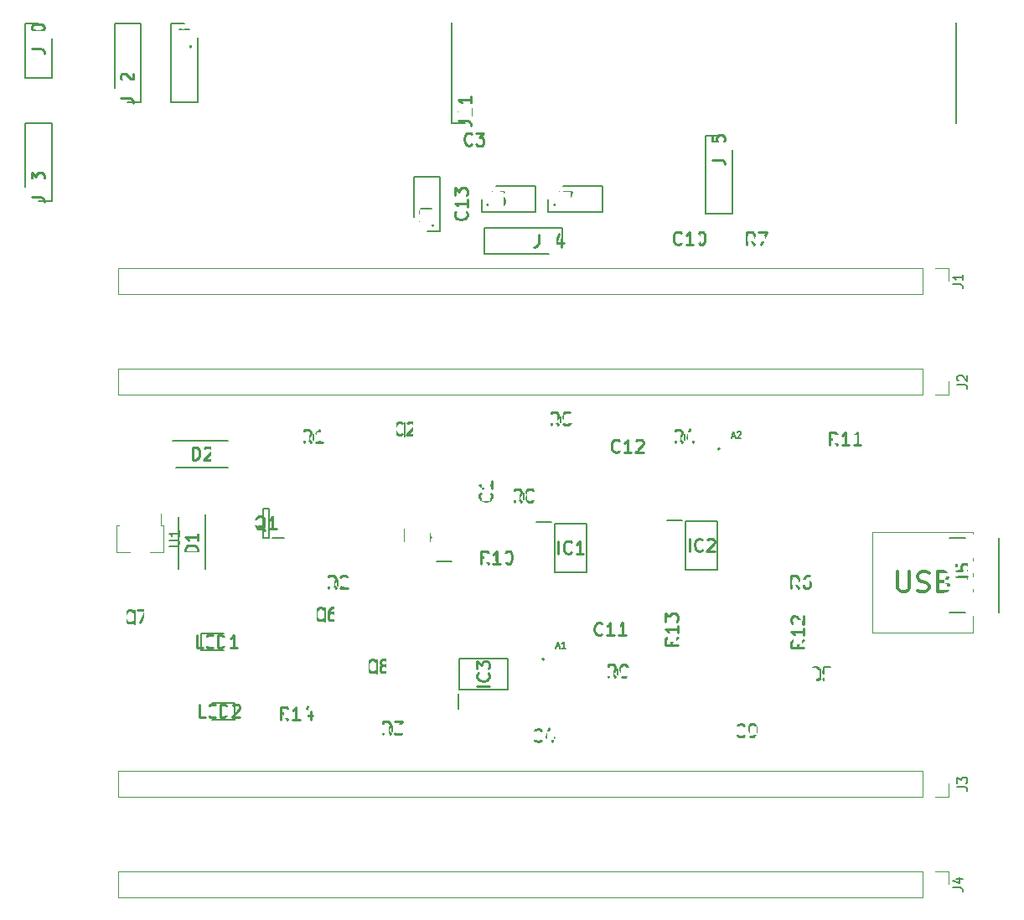
<source format=gbr>
%TF.GenerationSoftware,KiCad,Pcbnew,(6.0.2)*%
%TF.CreationDate,2022-04-25T13:09:05+02:00*%
%TF.ProjectId,main,6d61696e-2e6b-4696-9361-645f70636258,rev?*%
%TF.SameCoordinates,Original*%
%TF.FileFunction,Legend,Top*%
%TF.FilePolarity,Positive*%
%FSLAX46Y46*%
G04 Gerber Fmt 4.6, Leading zero omitted, Abs format (unit mm)*
G04 Created by KiCad (PCBNEW (6.0.2)) date 2022-04-25 13:09:05*
%MOMM*%
%LPD*%
G01*
G04 APERTURE LIST*
G04 Aperture macros list*
%AMFreePoly0*
4,1,9,3.862500,-0.866500,0.737500,-0.866500,0.737500,-0.450000,-0.737500,-0.450000,-0.737500,0.450000,0.737500,0.450000,0.737500,0.866500,3.862500,0.866500,3.862500,-0.866500,3.862500,-0.866500,$1*%
G04 Aperture macros list end*
%ADD10C,0.100000*%
%ADD11C,0.300000*%
%ADD12C,0.254000*%
%ADD13C,0.150000*%
%ADD14C,0.200000*%
%ADD15C,0.120000*%
%ADD16R,1.650000X1.650000*%
%ADD17C,1.650000*%
%ADD18R,0.940000X0.730000*%
%ADD19R,1.050000X1.820000*%
%ADD20R,0.950000X0.900000*%
%ADD21R,1.525000X0.700000*%
%ADD22R,2.513000X3.402000*%
%ADD23R,0.900000X0.950000*%
%ADD24R,0.730000X0.940000*%
%ADD25R,1.525000X0.650000*%
%ADD26R,1.380000X0.450000*%
%ADD27R,2.100000X1.475000*%
%ADD28R,1.900000X1.175000*%
%ADD29R,1.900000X2.375000*%
%ADD30R,1.200000X0.600000*%
%ADD31R,1.550000X2.350000*%
%ADD32R,1.700000X1.700000*%
%ADD33O,1.700000X1.700000*%
%ADD34R,0.800000X0.800000*%
%ADD35R,0.750000X0.600000*%
%ADD36R,0.650000X1.525000*%
%ADD37R,0.910000X1.390000*%
%ADD38R,1.425000X1.425000*%
%ADD39C,1.425000*%
%ADD40R,2.350000X1.550000*%
%ADD41R,0.900000X1.300000*%
%ADD42FreePoly0,270.000000*%
G04 APERTURE END LIST*
D10*
X167520000Y-102680000D02*
X177680000Y-102680000D01*
X177680000Y-102680000D02*
X177680000Y-112840000D01*
X177680000Y-112840000D02*
X167520000Y-112840000D01*
X167520000Y-112840000D02*
X167520000Y-102680000D01*
D11*
X170076190Y-106664761D02*
X170076190Y-108283809D01*
X170171428Y-108474285D01*
X170266666Y-108569523D01*
X170457142Y-108664761D01*
X170838095Y-108664761D01*
X171028571Y-108569523D01*
X171123809Y-108474285D01*
X171219047Y-108283809D01*
X171219047Y-106664761D01*
X172076190Y-108569523D02*
X172361904Y-108664761D01*
X172838095Y-108664761D01*
X173028571Y-108569523D01*
X173123809Y-108474285D01*
X173219047Y-108283809D01*
X173219047Y-108093333D01*
X173123809Y-107902857D01*
X173028571Y-107807619D01*
X172838095Y-107712380D01*
X172457142Y-107617142D01*
X172266666Y-107521904D01*
X172171428Y-107426666D01*
X172076190Y-107236190D01*
X172076190Y-107045714D01*
X172171428Y-106855238D01*
X172266666Y-106760000D01*
X172457142Y-106664761D01*
X172933333Y-106664761D01*
X173219047Y-106760000D01*
X174742857Y-107617142D02*
X175028571Y-107712380D01*
X175123809Y-107807619D01*
X175219047Y-107998095D01*
X175219047Y-108283809D01*
X175123809Y-108474285D01*
X175028571Y-108569523D01*
X174838095Y-108664761D01*
X174076190Y-108664761D01*
X174076190Y-106664761D01*
X174742857Y-106664761D01*
X174933333Y-106760000D01*
X175028571Y-106855238D01*
X175123809Y-107045714D01*
X175123809Y-107236190D01*
X175028571Y-107426666D01*
X174933333Y-107521904D01*
X174742857Y-107617142D01*
X174076190Y-107617142D01*
D12*
%TO.C,J6*%
X129056666Y-68304523D02*
X129056666Y-69211666D01*
X128996190Y-69393095D01*
X128875238Y-69514047D01*
X128693809Y-69574523D01*
X128572857Y-69574523D01*
X130205714Y-68304523D02*
X129963809Y-68304523D01*
X129842857Y-68365000D01*
X129782380Y-68425476D01*
X129661428Y-68606904D01*
X129600952Y-68848809D01*
X129600952Y-69332619D01*
X129661428Y-69453571D01*
X129721904Y-69514047D01*
X129842857Y-69574523D01*
X130084761Y-69574523D01*
X130205714Y-69514047D01*
X130266190Y-69453571D01*
X130326666Y-69332619D01*
X130326666Y-69030238D01*
X130266190Y-68909285D01*
X130205714Y-68848809D01*
X130084761Y-68788333D01*
X129842857Y-68788333D01*
X129721904Y-68848809D01*
X129661428Y-68909285D01*
X129600952Y-69030238D01*
%TO.C,C1*%
X128953571Y-98711666D02*
X129014047Y-98772142D01*
X129074523Y-98953571D01*
X129074523Y-99074523D01*
X129014047Y-99255952D01*
X128893095Y-99376904D01*
X128772142Y-99437380D01*
X128530238Y-99497857D01*
X128348809Y-99497857D01*
X128106904Y-99437380D01*
X127985952Y-99376904D01*
X127865000Y-99255952D01*
X127804523Y-99074523D01*
X127804523Y-98953571D01*
X127865000Y-98772142D01*
X127925476Y-98711666D01*
X129074523Y-97502142D02*
X129074523Y-98227857D01*
X129074523Y-97865000D02*
X127804523Y-97865000D01*
X127985952Y-97985952D01*
X128106904Y-98106904D01*
X128167380Y-98227857D01*
%TO.C,C2*%
X120038333Y-92703571D02*
X119977857Y-92764047D01*
X119796428Y-92824523D01*
X119675476Y-92824523D01*
X119494047Y-92764047D01*
X119373095Y-92643095D01*
X119312619Y-92522142D01*
X119252142Y-92280238D01*
X119252142Y-92098809D01*
X119312619Y-91856904D01*
X119373095Y-91735952D01*
X119494047Y-91615000D01*
X119675476Y-91554523D01*
X119796428Y-91554523D01*
X119977857Y-91615000D01*
X120038333Y-91675476D01*
X120522142Y-91675476D02*
X120582619Y-91615000D01*
X120703571Y-91554523D01*
X121005952Y-91554523D01*
X121126904Y-91615000D01*
X121187380Y-91675476D01*
X121247857Y-91796428D01*
X121247857Y-91917380D01*
X121187380Y-92098809D01*
X120461666Y-92824523D01*
X121247857Y-92824523D01*
%TO.C,R12*%
X160574523Y-113566428D02*
X159969761Y-113989761D01*
X160574523Y-114292142D02*
X159304523Y-114292142D01*
X159304523Y-113808333D01*
X159365000Y-113687380D01*
X159425476Y-113626904D01*
X159546428Y-113566428D01*
X159727857Y-113566428D01*
X159848809Y-113626904D01*
X159909285Y-113687380D01*
X159969761Y-113808333D01*
X159969761Y-114292142D01*
X160574523Y-112356904D02*
X160574523Y-113082619D01*
X160574523Y-112719761D02*
X159304523Y-112719761D01*
X159485952Y-112840714D01*
X159606904Y-112961666D01*
X159667380Y-113082619D01*
X159425476Y-111873095D02*
X159365000Y-111812619D01*
X159304523Y-111691666D01*
X159304523Y-111389285D01*
X159365000Y-111268333D01*
X159425476Y-111207857D01*
X159546428Y-111147380D01*
X159667380Y-111147380D01*
X159848809Y-111207857D01*
X160574523Y-111933571D01*
X160574523Y-111147380D01*
%TO.C,J10*%
X82554523Y-53778095D02*
X83461666Y-53778095D01*
X83643095Y-53838571D01*
X83764047Y-53959523D01*
X83824523Y-54140952D01*
X83824523Y-54261904D01*
X83824523Y-52508095D02*
X83824523Y-53233809D01*
X83824523Y-52870952D02*
X82554523Y-52870952D01*
X82735952Y-52991904D01*
X82856904Y-53112857D01*
X82917380Y-53233809D01*
X82554523Y-51721904D02*
X82554523Y-51600952D01*
X82615000Y-51480000D01*
X82675476Y-51419523D01*
X82796428Y-51359047D01*
X83038333Y-51298571D01*
X83340714Y-51298571D01*
X83582619Y-51359047D01*
X83703571Y-51419523D01*
X83764047Y-51480000D01*
X83824523Y-51600952D01*
X83824523Y-51721904D01*
X83764047Y-51842857D01*
X83703571Y-51903333D01*
X83582619Y-51963809D01*
X83340714Y-52024285D01*
X83038333Y-52024285D01*
X82796428Y-51963809D01*
X82675476Y-51903333D01*
X82615000Y-51842857D01*
X82554523Y-51721904D01*
%TO.C,IC4*%
X120260238Y-103574523D02*
X120260238Y-102304523D01*
X121590714Y-103453571D02*
X121530238Y-103514047D01*
X121348809Y-103574523D01*
X121227857Y-103574523D01*
X121046428Y-103514047D01*
X120925476Y-103393095D01*
X120865000Y-103272142D01*
X120804523Y-103030238D01*
X120804523Y-102848809D01*
X120865000Y-102606904D01*
X120925476Y-102485952D01*
X121046428Y-102365000D01*
X121227857Y-102304523D01*
X121348809Y-102304523D01*
X121530238Y-102365000D01*
X121590714Y-102425476D01*
X122679285Y-102727857D02*
X122679285Y-103574523D01*
X122376904Y-102244047D02*
X122074523Y-103151190D01*
X122860714Y-103151190D01*
%TO.C,R1*%
X110788333Y-93574523D02*
X110365000Y-92969761D01*
X110062619Y-93574523D02*
X110062619Y-92304523D01*
X110546428Y-92304523D01*
X110667380Y-92365000D01*
X110727857Y-92425476D01*
X110788333Y-92546428D01*
X110788333Y-92727857D01*
X110727857Y-92848809D01*
X110667380Y-92909285D01*
X110546428Y-92969761D01*
X110062619Y-92969761D01*
X111997857Y-93574523D02*
X111272142Y-93574523D01*
X111635000Y-93574523D02*
X111635000Y-92304523D01*
X111514047Y-92485952D01*
X111393095Y-92606904D01*
X111272142Y-92667380D01*
%TO.C,R11*%
X163933571Y-93824523D02*
X163510238Y-93219761D01*
X163207857Y-93824523D02*
X163207857Y-92554523D01*
X163691666Y-92554523D01*
X163812619Y-92615000D01*
X163873095Y-92675476D01*
X163933571Y-92796428D01*
X163933571Y-92977857D01*
X163873095Y-93098809D01*
X163812619Y-93159285D01*
X163691666Y-93219761D01*
X163207857Y-93219761D01*
X165143095Y-93824523D02*
X164417380Y-93824523D01*
X164780238Y-93824523D02*
X164780238Y-92554523D01*
X164659285Y-92735952D01*
X164538333Y-92856904D01*
X164417380Y-92917380D01*
X166352619Y-93824523D02*
X165626904Y-93824523D01*
X165989761Y-93824523D02*
X165989761Y-92554523D01*
X165868809Y-92735952D01*
X165747857Y-92856904D01*
X165626904Y-92917380D01*
%TO.C,R8*%
X132038333Y-99574523D02*
X131615000Y-98969761D01*
X131312619Y-99574523D02*
X131312619Y-98304523D01*
X131796428Y-98304523D01*
X131917380Y-98365000D01*
X131977857Y-98425476D01*
X132038333Y-98546428D01*
X132038333Y-98727857D01*
X131977857Y-98848809D01*
X131917380Y-98909285D01*
X131796428Y-98969761D01*
X131312619Y-98969761D01*
X132764047Y-98848809D02*
X132643095Y-98788333D01*
X132582619Y-98727857D01*
X132522142Y-98606904D01*
X132522142Y-98546428D01*
X132582619Y-98425476D01*
X132643095Y-98365000D01*
X132764047Y-98304523D01*
X133005952Y-98304523D01*
X133126904Y-98365000D01*
X133187380Y-98425476D01*
X133247857Y-98546428D01*
X133247857Y-98606904D01*
X133187380Y-98727857D01*
X133126904Y-98788333D01*
X133005952Y-98848809D01*
X132764047Y-98848809D01*
X132643095Y-98909285D01*
X132582619Y-98969761D01*
X132522142Y-99090714D01*
X132522142Y-99332619D01*
X132582619Y-99453571D01*
X132643095Y-99514047D01*
X132764047Y-99574523D01*
X133005952Y-99574523D01*
X133126904Y-99514047D01*
X133187380Y-99453571D01*
X133247857Y-99332619D01*
X133247857Y-99090714D01*
X133187380Y-98969761D01*
X133126904Y-98909285D01*
X133005952Y-98848809D01*
%TO.C,C11*%
X140183571Y-112953571D02*
X140123095Y-113014047D01*
X139941666Y-113074523D01*
X139820714Y-113074523D01*
X139639285Y-113014047D01*
X139518333Y-112893095D01*
X139457857Y-112772142D01*
X139397380Y-112530238D01*
X139397380Y-112348809D01*
X139457857Y-112106904D01*
X139518333Y-111985952D01*
X139639285Y-111865000D01*
X139820714Y-111804523D01*
X139941666Y-111804523D01*
X140123095Y-111865000D01*
X140183571Y-111925476D01*
X141393095Y-113074523D02*
X140667380Y-113074523D01*
X141030238Y-113074523D02*
X141030238Y-111804523D01*
X140909285Y-111985952D01*
X140788333Y-112106904D01*
X140667380Y-112167380D01*
X142602619Y-113074523D02*
X141876904Y-113074523D01*
X142239761Y-113074523D02*
X142239761Y-111804523D01*
X142118809Y-111985952D01*
X141997857Y-112106904D01*
X141876904Y-112167380D01*
%TO.C,IC2*%
X149010238Y-104574523D02*
X149010238Y-103304523D01*
X150340714Y-104453571D02*
X150280238Y-104514047D01*
X150098809Y-104574523D01*
X149977857Y-104574523D01*
X149796428Y-104514047D01*
X149675476Y-104393095D01*
X149615000Y-104272142D01*
X149554523Y-104030238D01*
X149554523Y-103848809D01*
X149615000Y-103606904D01*
X149675476Y-103485952D01*
X149796428Y-103365000D01*
X149977857Y-103304523D01*
X150098809Y-103304523D01*
X150280238Y-103365000D01*
X150340714Y-103425476D01*
X150824523Y-103425476D02*
X150885000Y-103365000D01*
X151005952Y-103304523D01*
X151308333Y-103304523D01*
X151429285Y-103365000D01*
X151489761Y-103425476D01*
X151550238Y-103546428D01*
X151550238Y-103667380D01*
X151489761Y-103848809D01*
X150764047Y-104574523D01*
X151550238Y-104574523D01*
%TO.C,J5*%
X175974523Y-107110333D02*
X176881666Y-107110333D01*
X177063095Y-107170809D01*
X177184047Y-107291761D01*
X177244523Y-107473190D01*
X177244523Y-107594142D01*
X175974523Y-105900809D02*
X175974523Y-106505571D01*
X176579285Y-106566047D01*
X176518809Y-106505571D01*
X176458333Y-106384619D01*
X176458333Y-106082238D01*
X176518809Y-105961285D01*
X176579285Y-105900809D01*
X176700238Y-105840333D01*
X177002619Y-105840333D01*
X177123571Y-105900809D01*
X177184047Y-105961285D01*
X177244523Y-106082238D01*
X177244523Y-106384619D01*
X177184047Y-106505571D01*
X177123571Y-106566047D01*
%TO.C,Q1*%
X106129047Y-102445476D02*
X106008095Y-102385000D01*
X105887142Y-102264047D01*
X105705714Y-102082619D01*
X105584761Y-102022142D01*
X105463809Y-102022142D01*
X105524285Y-102324523D02*
X105403333Y-102264047D01*
X105282380Y-102143095D01*
X105221904Y-101901190D01*
X105221904Y-101477857D01*
X105282380Y-101235952D01*
X105403333Y-101115000D01*
X105524285Y-101054523D01*
X105766190Y-101054523D01*
X105887142Y-101115000D01*
X106008095Y-101235952D01*
X106068571Y-101477857D01*
X106068571Y-101901190D01*
X106008095Y-102143095D01*
X105887142Y-102264047D01*
X105766190Y-102324523D01*
X105524285Y-102324523D01*
X107278095Y-102324523D02*
X106552380Y-102324523D01*
X106915238Y-102324523D02*
X106915238Y-101054523D01*
X106794285Y-101235952D01*
X106673333Y-101356904D01*
X106552380Y-101417380D01*
%TO.C,R3*%
X118788333Y-123074523D02*
X118365000Y-122469761D01*
X118062619Y-123074523D02*
X118062619Y-121804523D01*
X118546428Y-121804523D01*
X118667380Y-121865000D01*
X118727857Y-121925476D01*
X118788333Y-122046428D01*
X118788333Y-122227857D01*
X118727857Y-122348809D01*
X118667380Y-122409285D01*
X118546428Y-122469761D01*
X118062619Y-122469761D01*
X119211666Y-121804523D02*
X119997857Y-121804523D01*
X119574523Y-122288333D01*
X119755952Y-122288333D01*
X119876904Y-122348809D01*
X119937380Y-122409285D01*
X119997857Y-122530238D01*
X119997857Y-122832619D01*
X119937380Y-122953571D01*
X119876904Y-123014047D01*
X119755952Y-123074523D01*
X119393095Y-123074523D01*
X119272142Y-123014047D01*
X119211666Y-122953571D01*
%TO.C,D1*%
X99324523Y-104687380D02*
X98054523Y-104687380D01*
X98054523Y-104385000D01*
X98115000Y-104203571D01*
X98235952Y-104082619D01*
X98356904Y-104022142D01*
X98598809Y-103961666D01*
X98780238Y-103961666D01*
X99022142Y-104022142D01*
X99143095Y-104082619D01*
X99264047Y-104203571D01*
X99324523Y-104385000D01*
X99324523Y-104687380D01*
X99324523Y-102752142D02*
X99324523Y-103477857D01*
X99324523Y-103115000D02*
X98054523Y-103115000D01*
X98235952Y-103235952D01*
X98356904Y-103356904D01*
X98417380Y-103477857D01*
%TO.C,C8*%
X117288333Y-116703571D02*
X117227857Y-116764047D01*
X117046428Y-116824523D01*
X116925476Y-116824523D01*
X116744047Y-116764047D01*
X116623095Y-116643095D01*
X116562619Y-116522142D01*
X116502142Y-116280238D01*
X116502142Y-116098809D01*
X116562619Y-115856904D01*
X116623095Y-115735952D01*
X116744047Y-115615000D01*
X116925476Y-115554523D01*
X117046428Y-115554523D01*
X117227857Y-115615000D01*
X117288333Y-115675476D01*
X118014047Y-116098809D02*
X117893095Y-116038333D01*
X117832619Y-115977857D01*
X117772142Y-115856904D01*
X117772142Y-115796428D01*
X117832619Y-115675476D01*
X117893095Y-115615000D01*
X118014047Y-115554523D01*
X118255952Y-115554523D01*
X118376904Y-115615000D01*
X118437380Y-115675476D01*
X118497857Y-115796428D01*
X118497857Y-115856904D01*
X118437380Y-115977857D01*
X118376904Y-116038333D01*
X118255952Y-116098809D01*
X118014047Y-116098809D01*
X117893095Y-116159285D01*
X117832619Y-116219761D01*
X117772142Y-116340714D01*
X117772142Y-116582619D01*
X117832619Y-116703571D01*
X117893095Y-116764047D01*
X118014047Y-116824523D01*
X118255952Y-116824523D01*
X118376904Y-116764047D01*
X118437380Y-116703571D01*
X118497857Y-116582619D01*
X118497857Y-116340714D01*
X118437380Y-116219761D01*
X118376904Y-116159285D01*
X118255952Y-116098809D01*
%TO.C,J9*%
X121804523Y-71193333D02*
X122711666Y-71193333D01*
X122893095Y-71253809D01*
X123014047Y-71374761D01*
X123074523Y-71556190D01*
X123074523Y-71677142D01*
X123074523Y-70528095D02*
X123074523Y-70286190D01*
X123014047Y-70165238D01*
X122953571Y-70104761D01*
X122772142Y-69983809D01*
X122530238Y-69923333D01*
X122046428Y-69923333D01*
X121925476Y-69983809D01*
X121865000Y-70044285D01*
X121804523Y-70165238D01*
X121804523Y-70407142D01*
X121865000Y-70528095D01*
X121925476Y-70588571D01*
X122046428Y-70649047D01*
X122348809Y-70649047D01*
X122469761Y-70588571D01*
X122530238Y-70528095D01*
X122590714Y-70407142D01*
X122590714Y-70165238D01*
X122530238Y-70044285D01*
X122469761Y-69983809D01*
X122348809Y-69923333D01*
D13*
%TO.C,J2*%
X176092380Y-87773333D02*
X176806666Y-87773333D01*
X176949523Y-87820952D01*
X177044761Y-87916190D01*
X177092380Y-88059047D01*
X177092380Y-88154285D01*
X176187619Y-87344761D02*
X176140000Y-87297142D01*
X176092380Y-87201904D01*
X176092380Y-86963809D01*
X176140000Y-86868571D01*
X176187619Y-86820952D01*
X176282857Y-86773333D01*
X176378095Y-86773333D01*
X176520952Y-86820952D01*
X177092380Y-87392380D01*
X177092380Y-86773333D01*
%TO.C,A1*%
X135574857Y-114200266D02*
X135879619Y-114200266D01*
X135513904Y-114383123D02*
X135727238Y-113743123D01*
X135940571Y-114383123D01*
X136489142Y-114383123D02*
X136123428Y-114383123D01*
X136306285Y-114383123D02*
X136306285Y-113743123D01*
X136245333Y-113834552D01*
X136184380Y-113895504D01*
X136123428Y-113925980D01*
D12*
%TO.C,C6*%
X112038333Y-111453571D02*
X111977857Y-111514047D01*
X111796428Y-111574523D01*
X111675476Y-111574523D01*
X111494047Y-111514047D01*
X111373095Y-111393095D01*
X111312619Y-111272142D01*
X111252142Y-111030238D01*
X111252142Y-110848809D01*
X111312619Y-110606904D01*
X111373095Y-110485952D01*
X111494047Y-110365000D01*
X111675476Y-110304523D01*
X111796428Y-110304523D01*
X111977857Y-110365000D01*
X112038333Y-110425476D01*
X113126904Y-110304523D02*
X112885000Y-110304523D01*
X112764047Y-110365000D01*
X112703571Y-110425476D01*
X112582619Y-110606904D01*
X112522142Y-110848809D01*
X112522142Y-111332619D01*
X112582619Y-111453571D01*
X112643095Y-111514047D01*
X112764047Y-111574523D01*
X113005952Y-111574523D01*
X113126904Y-111514047D01*
X113187380Y-111453571D01*
X113247857Y-111332619D01*
X113247857Y-111030238D01*
X113187380Y-110909285D01*
X113126904Y-110848809D01*
X113005952Y-110788333D01*
X112764047Y-110788333D01*
X112643095Y-110848809D01*
X112582619Y-110909285D01*
X112522142Y-111030238D01*
%TO.C,J8*%
X97304523Y-53133333D02*
X98211666Y-53133333D01*
X98393095Y-53193809D01*
X98514047Y-53314761D01*
X98574523Y-53496190D01*
X98574523Y-53617142D01*
X97848809Y-52347142D02*
X97788333Y-52468095D01*
X97727857Y-52528571D01*
X97606904Y-52589047D01*
X97546428Y-52589047D01*
X97425476Y-52528571D01*
X97365000Y-52468095D01*
X97304523Y-52347142D01*
X97304523Y-52105238D01*
X97365000Y-51984285D01*
X97425476Y-51923809D01*
X97546428Y-51863333D01*
X97606904Y-51863333D01*
X97727857Y-51923809D01*
X97788333Y-51984285D01*
X97848809Y-52105238D01*
X97848809Y-52347142D01*
X97909285Y-52468095D01*
X97969761Y-52528571D01*
X98090714Y-52589047D01*
X98332619Y-52589047D01*
X98453571Y-52528571D01*
X98514047Y-52468095D01*
X98574523Y-52347142D01*
X98574523Y-52105238D01*
X98514047Y-51984285D01*
X98453571Y-51923809D01*
X98332619Y-51863333D01*
X98090714Y-51863333D01*
X97969761Y-51923809D01*
X97909285Y-51984285D01*
X97848809Y-52105238D01*
%TO.C,C3*%
X127038333Y-63453571D02*
X126977857Y-63514047D01*
X126796428Y-63574523D01*
X126675476Y-63574523D01*
X126494047Y-63514047D01*
X126373095Y-63393095D01*
X126312619Y-63272142D01*
X126252142Y-63030238D01*
X126252142Y-62848809D01*
X126312619Y-62606904D01*
X126373095Y-62485952D01*
X126494047Y-62365000D01*
X126675476Y-62304523D01*
X126796428Y-62304523D01*
X126977857Y-62365000D01*
X127038333Y-62425476D01*
X127461666Y-62304523D02*
X128247857Y-62304523D01*
X127824523Y-62788333D01*
X128005952Y-62788333D01*
X128126904Y-62848809D01*
X128187380Y-62909285D01*
X128247857Y-63030238D01*
X128247857Y-63332619D01*
X128187380Y-63453571D01*
X128126904Y-63514047D01*
X128005952Y-63574523D01*
X127643095Y-63574523D01*
X127522142Y-63514047D01*
X127461666Y-63453571D01*
%TO.C,J13*%
X82554523Y-68818095D02*
X83461666Y-68818095D01*
X83643095Y-68878571D01*
X83764047Y-68999523D01*
X83824523Y-69180952D01*
X83824523Y-69301904D01*
X83824523Y-67548095D02*
X83824523Y-68273809D01*
X83824523Y-67910952D02*
X82554523Y-67910952D01*
X82735952Y-68031904D01*
X82856904Y-68152857D01*
X82917380Y-68273809D01*
X82554523Y-67124761D02*
X82554523Y-66338571D01*
X83038333Y-66761904D01*
X83038333Y-66580476D01*
X83098809Y-66459523D01*
X83159285Y-66399047D01*
X83280238Y-66338571D01*
X83582619Y-66338571D01*
X83703571Y-66399047D01*
X83764047Y-66459523D01*
X83824523Y-66580476D01*
X83824523Y-66943333D01*
X83764047Y-67064285D01*
X83703571Y-67124761D01*
D13*
%TO.C,J1*%
X175652380Y-77613333D02*
X176366666Y-77613333D01*
X176509523Y-77660952D01*
X176604761Y-77756190D01*
X176652380Y-77899047D01*
X176652380Y-77994285D01*
X176652380Y-76613333D02*
X176652380Y-77184761D01*
X176652380Y-76899047D02*
X175652380Y-76899047D01*
X175795238Y-76994285D01*
X175890476Y-77089523D01*
X175938095Y-77184761D01*
D12*
%TO.C,C12*%
X141933571Y-94453571D02*
X141873095Y-94514047D01*
X141691666Y-94574523D01*
X141570714Y-94574523D01*
X141389285Y-94514047D01*
X141268333Y-94393095D01*
X141207857Y-94272142D01*
X141147380Y-94030238D01*
X141147380Y-93848809D01*
X141207857Y-93606904D01*
X141268333Y-93485952D01*
X141389285Y-93365000D01*
X141570714Y-93304523D01*
X141691666Y-93304523D01*
X141873095Y-93365000D01*
X141933571Y-93425476D01*
X143143095Y-94574523D02*
X142417380Y-94574523D01*
X142780238Y-94574523D02*
X142780238Y-93304523D01*
X142659285Y-93485952D01*
X142538333Y-93606904D01*
X142417380Y-93667380D01*
X143626904Y-93425476D02*
X143687380Y-93365000D01*
X143808333Y-93304523D01*
X144110714Y-93304523D01*
X144231666Y-93365000D01*
X144292142Y-93425476D01*
X144352619Y-93546428D01*
X144352619Y-93667380D01*
X144292142Y-93848809D01*
X143566428Y-94574523D01*
X144352619Y-94574523D01*
%TO.C,R6*%
X160038333Y-108324523D02*
X159615000Y-107719761D01*
X159312619Y-108324523D02*
X159312619Y-107054523D01*
X159796428Y-107054523D01*
X159917380Y-107115000D01*
X159977857Y-107175476D01*
X160038333Y-107296428D01*
X160038333Y-107477857D01*
X159977857Y-107598809D01*
X159917380Y-107659285D01*
X159796428Y-107719761D01*
X159312619Y-107719761D01*
X161126904Y-107054523D02*
X160885000Y-107054523D01*
X160764047Y-107115000D01*
X160703571Y-107175476D01*
X160582619Y-107356904D01*
X160522142Y-107598809D01*
X160522142Y-108082619D01*
X160582619Y-108203571D01*
X160643095Y-108264047D01*
X160764047Y-108324523D01*
X161005952Y-108324523D01*
X161126904Y-108264047D01*
X161187380Y-108203571D01*
X161247857Y-108082619D01*
X161247857Y-107780238D01*
X161187380Y-107659285D01*
X161126904Y-107598809D01*
X161005952Y-107538333D01*
X160764047Y-107538333D01*
X160643095Y-107598809D01*
X160582619Y-107659285D01*
X160522142Y-107780238D01*
%TO.C,R4*%
X148288333Y-93574523D02*
X147865000Y-92969761D01*
X147562619Y-93574523D02*
X147562619Y-92304523D01*
X148046428Y-92304523D01*
X148167380Y-92365000D01*
X148227857Y-92425476D01*
X148288333Y-92546428D01*
X148288333Y-92727857D01*
X148227857Y-92848809D01*
X148167380Y-92909285D01*
X148046428Y-92969761D01*
X147562619Y-92969761D01*
X149376904Y-92727857D02*
X149376904Y-93574523D01*
X149074523Y-92244047D02*
X148772142Y-93151190D01*
X149558333Y-93151190D01*
%TO.C,IC3*%
X128824523Y-118239761D02*
X127554523Y-118239761D01*
X128703571Y-116909285D02*
X128764047Y-116969761D01*
X128824523Y-117151190D01*
X128824523Y-117272142D01*
X128764047Y-117453571D01*
X128643095Y-117574523D01*
X128522142Y-117635000D01*
X128280238Y-117695476D01*
X128098809Y-117695476D01*
X127856904Y-117635000D01*
X127735952Y-117574523D01*
X127615000Y-117453571D01*
X127554523Y-117272142D01*
X127554523Y-117151190D01*
X127615000Y-116969761D01*
X127675476Y-116909285D01*
X127554523Y-116485952D02*
X127554523Y-115699761D01*
X128038333Y-116123095D01*
X128038333Y-115941666D01*
X128098809Y-115820714D01*
X128159285Y-115760238D01*
X128280238Y-115699761D01*
X128582619Y-115699761D01*
X128703571Y-115760238D01*
X128764047Y-115820714D01*
X128824523Y-115941666D01*
X128824523Y-116304523D01*
X128764047Y-116425476D01*
X128703571Y-116485952D01*
%TO.C,R14*%
X108433571Y-121574523D02*
X108010238Y-120969761D01*
X107707857Y-121574523D02*
X107707857Y-120304523D01*
X108191666Y-120304523D01*
X108312619Y-120365000D01*
X108373095Y-120425476D01*
X108433571Y-120546428D01*
X108433571Y-120727857D01*
X108373095Y-120848809D01*
X108312619Y-120909285D01*
X108191666Y-120969761D01*
X107707857Y-120969761D01*
X109643095Y-121574523D02*
X108917380Y-121574523D01*
X109280238Y-121574523D02*
X109280238Y-120304523D01*
X109159285Y-120485952D01*
X109038333Y-120606904D01*
X108917380Y-120667380D01*
X110731666Y-120727857D02*
X110731666Y-121574523D01*
X110429285Y-120244047D02*
X110126904Y-121151190D01*
X110913095Y-121151190D01*
%TO.C,C10*%
X148183571Y-73453571D02*
X148123095Y-73514047D01*
X147941666Y-73574523D01*
X147820714Y-73574523D01*
X147639285Y-73514047D01*
X147518333Y-73393095D01*
X147457857Y-73272142D01*
X147397380Y-73030238D01*
X147397380Y-72848809D01*
X147457857Y-72606904D01*
X147518333Y-72485952D01*
X147639285Y-72365000D01*
X147820714Y-72304523D01*
X147941666Y-72304523D01*
X148123095Y-72365000D01*
X148183571Y-72425476D01*
X149393095Y-73574523D02*
X148667380Y-73574523D01*
X149030238Y-73574523D02*
X149030238Y-72304523D01*
X148909285Y-72485952D01*
X148788333Y-72606904D01*
X148667380Y-72667380D01*
X150179285Y-72304523D02*
X150300238Y-72304523D01*
X150421190Y-72365000D01*
X150481666Y-72425476D01*
X150542142Y-72546428D01*
X150602619Y-72788333D01*
X150602619Y-73090714D01*
X150542142Y-73332619D01*
X150481666Y-73453571D01*
X150421190Y-73514047D01*
X150300238Y-73574523D01*
X150179285Y-73574523D01*
X150058333Y-73514047D01*
X149997857Y-73453571D01*
X149937380Y-73332619D01*
X149876904Y-73090714D01*
X149876904Y-72788333D01*
X149937380Y-72546428D01*
X149997857Y-72425476D01*
X150058333Y-72365000D01*
X150179285Y-72304523D01*
%TO.C,R13*%
X147824523Y-113316428D02*
X147219761Y-113739761D01*
X147824523Y-114042142D02*
X146554523Y-114042142D01*
X146554523Y-113558333D01*
X146615000Y-113437380D01*
X146675476Y-113376904D01*
X146796428Y-113316428D01*
X146977857Y-113316428D01*
X147098809Y-113376904D01*
X147159285Y-113437380D01*
X147219761Y-113558333D01*
X147219761Y-114042142D01*
X147824523Y-112106904D02*
X147824523Y-112832619D01*
X147824523Y-112469761D02*
X146554523Y-112469761D01*
X146735952Y-112590714D01*
X146856904Y-112711666D01*
X146917380Y-112832619D01*
X146554523Y-111683571D02*
X146554523Y-110897380D01*
X147038333Y-111320714D01*
X147038333Y-111139285D01*
X147098809Y-111018333D01*
X147159285Y-110957857D01*
X147280238Y-110897380D01*
X147582619Y-110897380D01*
X147703571Y-110957857D01*
X147764047Y-111018333D01*
X147824523Y-111139285D01*
X147824523Y-111502142D01*
X147764047Y-111623095D01*
X147703571Y-111683571D01*
D13*
%TO.C,J4*%
X175652380Y-138573333D02*
X176366666Y-138573333D01*
X176509523Y-138620952D01*
X176604761Y-138716190D01*
X176652380Y-138859047D01*
X176652380Y-138954285D01*
X175985714Y-137668571D02*
X176652380Y-137668571D01*
X175604761Y-137906666D02*
X176319047Y-138144761D01*
X176319047Y-137525714D01*
D12*
%TO.C,R9*%
X141538333Y-117324523D02*
X141115000Y-116719761D01*
X140812619Y-117324523D02*
X140812619Y-116054523D01*
X141296428Y-116054523D01*
X141417380Y-116115000D01*
X141477857Y-116175476D01*
X141538333Y-116296428D01*
X141538333Y-116477857D01*
X141477857Y-116598809D01*
X141417380Y-116659285D01*
X141296428Y-116719761D01*
X140812619Y-116719761D01*
X142143095Y-117324523D02*
X142385000Y-117324523D01*
X142505952Y-117264047D01*
X142566428Y-117203571D01*
X142687380Y-117022142D01*
X142747857Y-116780238D01*
X142747857Y-116296428D01*
X142687380Y-116175476D01*
X142626904Y-116115000D01*
X142505952Y-116054523D01*
X142264047Y-116054523D01*
X142143095Y-116115000D01*
X142082619Y-116175476D01*
X142022142Y-116296428D01*
X142022142Y-116598809D01*
X142082619Y-116719761D01*
X142143095Y-116780238D01*
X142264047Y-116840714D01*
X142505952Y-116840714D01*
X142626904Y-116780238D01*
X142687380Y-116719761D01*
X142747857Y-116598809D01*
%TO.C,C13*%
X126453571Y-70276428D02*
X126514047Y-70336904D01*
X126574523Y-70518333D01*
X126574523Y-70639285D01*
X126514047Y-70820714D01*
X126393095Y-70941666D01*
X126272142Y-71002142D01*
X126030238Y-71062619D01*
X125848809Y-71062619D01*
X125606904Y-71002142D01*
X125485952Y-70941666D01*
X125365000Y-70820714D01*
X125304523Y-70639285D01*
X125304523Y-70518333D01*
X125365000Y-70336904D01*
X125425476Y-70276428D01*
X126574523Y-69066904D02*
X126574523Y-69792619D01*
X126574523Y-69429761D02*
X125304523Y-69429761D01*
X125485952Y-69550714D01*
X125606904Y-69671666D01*
X125667380Y-69792619D01*
X125304523Y-68643571D02*
X125304523Y-67857380D01*
X125788333Y-68280714D01*
X125788333Y-68099285D01*
X125848809Y-67978333D01*
X125909285Y-67917857D01*
X126030238Y-67857380D01*
X126332619Y-67857380D01*
X126453571Y-67917857D01*
X126514047Y-67978333D01*
X126574523Y-68099285D01*
X126574523Y-68462142D01*
X126514047Y-68583095D01*
X126453571Y-68643571D01*
%TO.C,C5*%
X162038333Y-117453571D02*
X161977857Y-117514047D01*
X161796428Y-117574523D01*
X161675476Y-117574523D01*
X161494047Y-117514047D01*
X161373095Y-117393095D01*
X161312619Y-117272142D01*
X161252142Y-117030238D01*
X161252142Y-116848809D01*
X161312619Y-116606904D01*
X161373095Y-116485952D01*
X161494047Y-116365000D01*
X161675476Y-116304523D01*
X161796428Y-116304523D01*
X161977857Y-116365000D01*
X162038333Y-116425476D01*
X163187380Y-116304523D02*
X162582619Y-116304523D01*
X162522142Y-116909285D01*
X162582619Y-116848809D01*
X162703571Y-116788333D01*
X163005952Y-116788333D01*
X163126904Y-116848809D01*
X163187380Y-116909285D01*
X163247857Y-117030238D01*
X163247857Y-117332619D01*
X163187380Y-117453571D01*
X163126904Y-117514047D01*
X163005952Y-117574523D01*
X162703571Y-117574523D01*
X162582619Y-117514047D01*
X162522142Y-117453571D01*
%TO.C,J11*%
X125674523Y-61088095D02*
X126581666Y-61088095D01*
X126763095Y-61148571D01*
X126884047Y-61269523D01*
X126944523Y-61450952D01*
X126944523Y-61571904D01*
X126944523Y-59818095D02*
X126944523Y-60543809D01*
X126944523Y-60180952D02*
X125674523Y-60180952D01*
X125855952Y-60301904D01*
X125976904Y-60422857D01*
X126037380Y-60543809D01*
X126944523Y-58608571D02*
X126944523Y-59334285D01*
X126944523Y-58971428D02*
X125674523Y-58971428D01*
X125855952Y-59092380D01*
X125976904Y-59213333D01*
X126037380Y-59334285D01*
%TO.C,D2*%
X98812619Y-95324523D02*
X98812619Y-94054523D01*
X99115000Y-94054523D01*
X99296428Y-94115000D01*
X99417380Y-94235952D01*
X99477857Y-94356904D01*
X99538333Y-94598809D01*
X99538333Y-94780238D01*
X99477857Y-95022142D01*
X99417380Y-95143095D01*
X99296428Y-95264047D01*
X99115000Y-95324523D01*
X98812619Y-95324523D01*
X100022142Y-94175476D02*
X100082619Y-94115000D01*
X100203571Y-94054523D01*
X100505952Y-94054523D01*
X100626904Y-94115000D01*
X100687380Y-94175476D01*
X100747857Y-94296428D01*
X100747857Y-94417380D01*
X100687380Y-94598809D01*
X99961666Y-95324523D01*
X100747857Y-95324523D01*
D13*
%TO.C,J3*%
X176092380Y-128413333D02*
X176806666Y-128413333D01*
X176949523Y-128460952D01*
X177044761Y-128556190D01*
X177092380Y-128699047D01*
X177092380Y-128794285D01*
X176092380Y-128032380D02*
X176092380Y-127413333D01*
X176473333Y-127746666D01*
X176473333Y-127603809D01*
X176520952Y-127508571D01*
X176568571Y-127460952D01*
X176663809Y-127413333D01*
X176901904Y-127413333D01*
X176997142Y-127460952D01*
X177044761Y-127508571D01*
X177092380Y-127603809D01*
X177092380Y-127889523D01*
X177044761Y-127984761D01*
X176997142Y-128032380D01*
D12*
%TO.C,J12*%
X91554523Y-58778095D02*
X92461666Y-58778095D01*
X92643095Y-58838571D01*
X92764047Y-58959523D01*
X92824523Y-59140952D01*
X92824523Y-59261904D01*
X92824523Y-57508095D02*
X92824523Y-58233809D01*
X92824523Y-57870952D02*
X91554523Y-57870952D01*
X91735952Y-57991904D01*
X91856904Y-58112857D01*
X91917380Y-58233809D01*
X91675476Y-57024285D02*
X91615000Y-56963809D01*
X91554523Y-56842857D01*
X91554523Y-56540476D01*
X91615000Y-56419523D01*
X91675476Y-56359047D01*
X91796428Y-56298571D01*
X91917380Y-56298571D01*
X92098809Y-56359047D01*
X92824523Y-57084761D01*
X92824523Y-56298571D01*
%TO.C,C7*%
X92788333Y-111703571D02*
X92727857Y-111764047D01*
X92546428Y-111824523D01*
X92425476Y-111824523D01*
X92244047Y-111764047D01*
X92123095Y-111643095D01*
X92062619Y-111522142D01*
X92002142Y-111280238D01*
X92002142Y-111098809D01*
X92062619Y-110856904D01*
X92123095Y-110735952D01*
X92244047Y-110615000D01*
X92425476Y-110554523D01*
X92546428Y-110554523D01*
X92727857Y-110615000D01*
X92788333Y-110675476D01*
X93211666Y-110554523D02*
X94058333Y-110554523D01*
X93514047Y-111824523D01*
D13*
%TO.C,U1*%
X96452380Y-104061904D02*
X97261904Y-104061904D01*
X97357142Y-104014285D01*
X97404761Y-103966666D01*
X97452380Y-103871428D01*
X97452380Y-103680952D01*
X97404761Y-103585714D01*
X97357142Y-103538095D01*
X97261904Y-103490476D01*
X96452380Y-103490476D01*
X97452380Y-102490476D02*
X97452380Y-103061904D01*
X97452380Y-102776190D02*
X96452380Y-102776190D01*
X96595238Y-102871428D01*
X96690476Y-102966666D01*
X96738095Y-103061904D01*
D12*
%TO.C,J7*%
X135806666Y-68304523D02*
X135806666Y-69211666D01*
X135746190Y-69393095D01*
X135625238Y-69514047D01*
X135443809Y-69574523D01*
X135322857Y-69574523D01*
X136290476Y-68304523D02*
X137137142Y-68304523D01*
X136592857Y-69574523D01*
%TO.C,J14*%
X133761904Y-72554523D02*
X133761904Y-73461666D01*
X133701428Y-73643095D01*
X133580476Y-73764047D01*
X133399047Y-73824523D01*
X133278095Y-73824523D01*
X135031904Y-73824523D02*
X134306190Y-73824523D01*
X134669047Y-73824523D02*
X134669047Y-72554523D01*
X134548095Y-72735952D01*
X134427142Y-72856904D01*
X134306190Y-72917380D01*
X136120476Y-72977857D02*
X136120476Y-73824523D01*
X135818095Y-72494047D02*
X135515714Y-73401190D01*
X136301904Y-73401190D01*
%TO.C,C4*%
X134038333Y-123703571D02*
X133977857Y-123764047D01*
X133796428Y-123824523D01*
X133675476Y-123824523D01*
X133494047Y-123764047D01*
X133373095Y-123643095D01*
X133312619Y-123522142D01*
X133252142Y-123280238D01*
X133252142Y-123098809D01*
X133312619Y-122856904D01*
X133373095Y-122735952D01*
X133494047Y-122615000D01*
X133675476Y-122554523D01*
X133796428Y-122554523D01*
X133977857Y-122615000D01*
X134038333Y-122675476D01*
X135126904Y-122977857D02*
X135126904Y-123824523D01*
X134824523Y-122494047D02*
X134522142Y-123401190D01*
X135308333Y-123401190D01*
%TO.C,R5*%
X135788333Y-91824523D02*
X135365000Y-91219761D01*
X135062619Y-91824523D02*
X135062619Y-90554523D01*
X135546428Y-90554523D01*
X135667380Y-90615000D01*
X135727857Y-90675476D01*
X135788333Y-90796428D01*
X135788333Y-90977857D01*
X135727857Y-91098809D01*
X135667380Y-91159285D01*
X135546428Y-91219761D01*
X135062619Y-91219761D01*
X136937380Y-90554523D02*
X136332619Y-90554523D01*
X136272142Y-91159285D01*
X136332619Y-91098809D01*
X136453571Y-91038333D01*
X136755952Y-91038333D01*
X136876904Y-91098809D01*
X136937380Y-91159285D01*
X136997857Y-91280238D01*
X136997857Y-91582619D01*
X136937380Y-91703571D01*
X136876904Y-91764047D01*
X136755952Y-91824523D01*
X136453571Y-91824523D01*
X136332619Y-91764047D01*
X136272142Y-91703571D01*
%TO.C,R2*%
X113288333Y-108324523D02*
X112865000Y-107719761D01*
X112562619Y-108324523D02*
X112562619Y-107054523D01*
X113046428Y-107054523D01*
X113167380Y-107115000D01*
X113227857Y-107175476D01*
X113288333Y-107296428D01*
X113288333Y-107477857D01*
X113227857Y-107598809D01*
X113167380Y-107659285D01*
X113046428Y-107719761D01*
X112562619Y-107719761D01*
X113772142Y-107175476D02*
X113832619Y-107115000D01*
X113953571Y-107054523D01*
X114255952Y-107054523D01*
X114376904Y-107115000D01*
X114437380Y-107175476D01*
X114497857Y-107296428D01*
X114497857Y-107417380D01*
X114437380Y-107598809D01*
X113711666Y-108324523D01*
X114497857Y-108324523D01*
%TO.C,IC1*%
X135760238Y-104824523D02*
X135760238Y-103554523D01*
X137090714Y-104703571D02*
X137030238Y-104764047D01*
X136848809Y-104824523D01*
X136727857Y-104824523D01*
X136546428Y-104764047D01*
X136425476Y-104643095D01*
X136365000Y-104522142D01*
X136304523Y-104280238D01*
X136304523Y-104098809D01*
X136365000Y-103856904D01*
X136425476Y-103735952D01*
X136546428Y-103615000D01*
X136727857Y-103554523D01*
X136848809Y-103554523D01*
X137030238Y-103615000D01*
X137090714Y-103675476D01*
X138300238Y-104824523D02*
X137574523Y-104824523D01*
X137937380Y-104824523D02*
X137937380Y-103554523D01*
X137816428Y-103735952D01*
X137695476Y-103856904D01*
X137574523Y-103917380D01*
%TO.C,R10*%
X128683571Y-105824523D02*
X128260238Y-105219761D01*
X127957857Y-105824523D02*
X127957857Y-104554523D01*
X128441666Y-104554523D01*
X128562619Y-104615000D01*
X128623095Y-104675476D01*
X128683571Y-104796428D01*
X128683571Y-104977857D01*
X128623095Y-105098809D01*
X128562619Y-105159285D01*
X128441666Y-105219761D01*
X127957857Y-105219761D01*
X129893095Y-105824523D02*
X129167380Y-105824523D01*
X129530238Y-105824523D02*
X129530238Y-104554523D01*
X129409285Y-104735952D01*
X129288333Y-104856904D01*
X129167380Y-104917380D01*
X130679285Y-104554523D02*
X130800238Y-104554523D01*
X130921190Y-104615000D01*
X130981666Y-104675476D01*
X131042142Y-104796428D01*
X131102619Y-105038333D01*
X131102619Y-105340714D01*
X131042142Y-105582619D01*
X130981666Y-105703571D01*
X130921190Y-105764047D01*
X130800238Y-105824523D01*
X130679285Y-105824523D01*
X130558333Y-105764047D01*
X130497857Y-105703571D01*
X130437380Y-105582619D01*
X130376904Y-105340714D01*
X130376904Y-105038333D01*
X130437380Y-104796428D01*
X130497857Y-104675476D01*
X130558333Y-104615000D01*
X130679285Y-104554523D01*
%TO.C,LED1*%
X99828809Y-114324523D02*
X99224047Y-114324523D01*
X99224047Y-113054523D01*
X100252142Y-113659285D02*
X100675476Y-113659285D01*
X100856904Y-114324523D02*
X100252142Y-114324523D01*
X100252142Y-113054523D01*
X100856904Y-113054523D01*
X101401190Y-114324523D02*
X101401190Y-113054523D01*
X101703571Y-113054523D01*
X101885000Y-113115000D01*
X102005952Y-113235952D01*
X102066428Y-113356904D01*
X102126904Y-113598809D01*
X102126904Y-113780238D01*
X102066428Y-114022142D01*
X102005952Y-114143095D01*
X101885000Y-114264047D01*
X101703571Y-114324523D01*
X101401190Y-114324523D01*
X103336428Y-114324523D02*
X102610714Y-114324523D01*
X102973571Y-114324523D02*
X102973571Y-113054523D01*
X102852619Y-113235952D01*
X102731666Y-113356904D01*
X102610714Y-113417380D01*
%TO.C,R7*%
X155538333Y-73574523D02*
X155115000Y-72969761D01*
X154812619Y-73574523D02*
X154812619Y-72304523D01*
X155296428Y-72304523D01*
X155417380Y-72365000D01*
X155477857Y-72425476D01*
X155538333Y-72546428D01*
X155538333Y-72727857D01*
X155477857Y-72848809D01*
X155417380Y-72909285D01*
X155296428Y-72969761D01*
X154812619Y-72969761D01*
X155961666Y-72304523D02*
X156808333Y-72304523D01*
X156264047Y-73574523D01*
%TO.C,C9*%
X154538333Y-123203571D02*
X154477857Y-123264047D01*
X154296428Y-123324523D01*
X154175476Y-123324523D01*
X153994047Y-123264047D01*
X153873095Y-123143095D01*
X153812619Y-123022142D01*
X153752142Y-122780238D01*
X153752142Y-122598809D01*
X153812619Y-122356904D01*
X153873095Y-122235952D01*
X153994047Y-122115000D01*
X154175476Y-122054523D01*
X154296428Y-122054523D01*
X154477857Y-122115000D01*
X154538333Y-122175476D01*
X155143095Y-123324523D02*
X155385000Y-123324523D01*
X155505952Y-123264047D01*
X155566428Y-123203571D01*
X155687380Y-123022142D01*
X155747857Y-122780238D01*
X155747857Y-122296428D01*
X155687380Y-122175476D01*
X155626904Y-122115000D01*
X155505952Y-122054523D01*
X155264047Y-122054523D01*
X155143095Y-122115000D01*
X155082619Y-122175476D01*
X155022142Y-122296428D01*
X155022142Y-122598809D01*
X155082619Y-122719761D01*
X155143095Y-122780238D01*
X155264047Y-122840714D01*
X155505952Y-122840714D01*
X155626904Y-122780238D01*
X155687380Y-122719761D01*
X155747857Y-122598809D01*
%TO.C,LED2*%
X100078809Y-121324523D02*
X99474047Y-121324523D01*
X99474047Y-120054523D01*
X100502142Y-120659285D02*
X100925476Y-120659285D01*
X101106904Y-121324523D02*
X100502142Y-121324523D01*
X100502142Y-120054523D01*
X101106904Y-120054523D01*
X101651190Y-121324523D02*
X101651190Y-120054523D01*
X101953571Y-120054523D01*
X102135000Y-120115000D01*
X102255952Y-120235952D01*
X102316428Y-120356904D01*
X102376904Y-120598809D01*
X102376904Y-120780238D01*
X102316428Y-121022142D01*
X102255952Y-121143095D01*
X102135000Y-121264047D01*
X101953571Y-121324523D01*
X101651190Y-121324523D01*
X102860714Y-120175476D02*
X102921190Y-120115000D01*
X103042142Y-120054523D01*
X103344523Y-120054523D01*
X103465476Y-120115000D01*
X103525952Y-120175476D01*
X103586428Y-120296428D01*
X103586428Y-120417380D01*
X103525952Y-120598809D01*
X102800238Y-121324523D01*
X103586428Y-121324523D01*
%TO.C,J15*%
X151304523Y-65028095D02*
X152211666Y-65028095D01*
X152393095Y-65088571D01*
X152514047Y-65209523D01*
X152574523Y-65390952D01*
X152574523Y-65511904D01*
X152574523Y-63758095D02*
X152574523Y-64483809D01*
X152574523Y-64120952D02*
X151304523Y-64120952D01*
X151485952Y-64241904D01*
X151606904Y-64362857D01*
X151667380Y-64483809D01*
X151304523Y-62609047D02*
X151304523Y-63213809D01*
X151909285Y-63274285D01*
X151848809Y-63213809D01*
X151788333Y-63092857D01*
X151788333Y-62790476D01*
X151848809Y-62669523D01*
X151909285Y-62609047D01*
X152030238Y-62548571D01*
X152332619Y-62548571D01*
X152453571Y-62609047D01*
X152514047Y-62669523D01*
X152574523Y-62790476D01*
X152574523Y-63092857D01*
X152514047Y-63213809D01*
X152453571Y-63274285D01*
D13*
%TO.C,A2*%
X153324857Y-92950266D02*
X153629619Y-92950266D01*
X153263904Y-93133123D02*
X153477238Y-92493123D01*
X153690571Y-93133123D01*
X153873428Y-92554076D02*
X153903904Y-92523600D01*
X153964857Y-92493123D01*
X154117238Y-92493123D01*
X154178190Y-92523600D01*
X154208666Y-92554076D01*
X154239142Y-92615028D01*
X154239142Y-92675980D01*
X154208666Y-92767409D01*
X153842952Y-93133123D01*
X154239142Y-93133123D01*
D14*
%TO.C,J6*%
X133490000Y-67675000D02*
X129480000Y-67675000D01*
X133490000Y-70325000D02*
X133490000Y-67675000D01*
X128010000Y-69000000D02*
X128010000Y-70325000D01*
X128010000Y-70325000D02*
X133490000Y-70325000D01*
%TO.C,C2*%
X120250000Y-91550000D02*
X120250000Y-92950000D01*
%TO.C,R12*%
X159700000Y-112750000D02*
X160300000Y-112750000D01*
%TO.C,J10*%
X81925000Y-51280000D02*
X81925000Y-56760000D01*
X83250000Y-51280000D02*
X81925000Y-51280000D01*
X81925000Y-56760000D02*
X84575000Y-56760000D01*
X84575000Y-56760000D02*
X84575000Y-52750000D01*
%TO.C,IC4*%
X124975000Y-105605000D02*
X123450000Y-105605000D01*
%TO.C,R1*%
X111000000Y-92700000D02*
X111000000Y-93300000D01*
%TO.C,R11*%
X164750000Y-92950000D02*
X164750000Y-93550000D01*
%TO.C,R8*%
X132250000Y-98700000D02*
X132250000Y-99300000D01*
%TO.C,IC2*%
X148650000Y-106450000D02*
X148650000Y-101550000D01*
X146775000Y-101420000D02*
X148300000Y-101420000D01*
X151850000Y-106450000D02*
X148650000Y-106450000D01*
X151850000Y-101550000D02*
X151850000Y-106450000D01*
X148650000Y-101550000D02*
X151850000Y-101550000D01*
%TO.C,J5*%
X175250000Y-103250000D02*
X176877000Y-103250000D01*
X175250000Y-110750000D02*
X176877000Y-110750000D01*
X180250000Y-103250000D02*
X180250000Y-110750000D01*
X174505890Y-108572000D02*
G75*
G03*
X174505890Y-108572000I-45890J0D01*
G01*
%TO.C,Q1*%
X105950000Y-100275000D02*
X106550000Y-100275000D01*
X105950000Y-103225000D02*
X105950000Y-100275000D01*
X106550000Y-100275000D02*
X106550000Y-103225000D01*
X108100000Y-103250000D02*
X106900000Y-103250000D01*
X106550000Y-103225000D02*
X105950000Y-103225000D01*
%TO.C,R3*%
X119000000Y-122200000D02*
X119000000Y-122800000D01*
%TO.C,D1*%
X100112000Y-106350000D02*
X100112000Y-100825000D01*
X97388000Y-101150000D02*
X97388000Y-106350000D01*
%TO.C,C8*%
X117500000Y-115550000D02*
X117500000Y-116950000D01*
%TO.C,J9*%
X122500000Y-72240000D02*
X123825000Y-72240000D01*
X123825000Y-66760000D02*
X121175000Y-66760000D01*
X123825000Y-72240000D02*
X123825000Y-66760000D01*
X121175000Y-66760000D02*
X121175000Y-70770000D01*
D15*
%TO.C,J2*%
X175200000Y-88770000D02*
X173870000Y-88770000D01*
X172600000Y-86110000D02*
X91260000Y-86110000D01*
X172600000Y-86110000D02*
X172600000Y-88770000D01*
X91260000Y-86110000D02*
X91260000Y-88770000D01*
X175200000Y-87440000D02*
X175200000Y-88770000D01*
X172600000Y-88770000D02*
X91260000Y-88770000D01*
D14*
%TO.C,A1*%
X134350000Y-115500000D02*
G75*
G03*
X134350000Y-115500000I-100000J0D01*
G01*
%TO.C,C6*%
X112250000Y-111700000D02*
X112250000Y-110300000D01*
%TO.C,J8*%
X96675000Y-51290000D02*
X96675000Y-59210000D01*
X98000000Y-51290000D02*
X96675000Y-51290000D01*
X96675000Y-59210000D02*
X99325000Y-59210000D01*
X99325000Y-59210000D02*
X99325000Y-52710000D01*
%TO.C,J13*%
X84575000Y-69210000D02*
X84575000Y-61290000D01*
X81925000Y-61290000D02*
X81925000Y-67790000D01*
X83250000Y-69210000D02*
X84575000Y-69210000D01*
X84575000Y-61290000D02*
X81925000Y-61290000D01*
D15*
%TO.C,J1*%
X173870000Y-75950000D02*
X175200000Y-75950000D01*
X172600000Y-78610000D02*
X91260000Y-78610000D01*
X172600000Y-75950000D02*
X172600000Y-78610000D01*
X175200000Y-75950000D02*
X175200000Y-77280000D01*
X91260000Y-75950000D02*
X91260000Y-78610000D01*
X172600000Y-75950000D02*
X91260000Y-75950000D01*
D14*
%TO.C,R4*%
X148500000Y-92700000D02*
X148500000Y-93300000D01*
%TO.C,IC3*%
X130700000Y-118600000D02*
X125800000Y-118600000D01*
X125800000Y-118600000D02*
X125800000Y-115400000D01*
X130700000Y-115400000D02*
X130700000Y-118600000D01*
X125670000Y-120475000D02*
X125670000Y-118950000D01*
X125800000Y-115400000D02*
X130700000Y-115400000D01*
%TO.C,R14*%
X109250000Y-120700000D02*
X109250000Y-121300000D01*
%TO.C,R13*%
X146950000Y-112500000D02*
X147550000Y-112500000D01*
D15*
%TO.C,J4*%
X173870000Y-136910000D02*
X175200000Y-136910000D01*
X172600000Y-136910000D02*
X172600000Y-139570000D01*
X91260000Y-136910000D02*
X91260000Y-139570000D01*
X175200000Y-136910000D02*
X175200000Y-138240000D01*
X172600000Y-139570000D02*
X91260000Y-139570000D01*
X172600000Y-136910000D02*
X91260000Y-136910000D01*
D14*
%TO.C,R9*%
X141750000Y-116450000D02*
X141750000Y-117050000D01*
%TO.C,C5*%
X162250000Y-116475000D02*
X162250000Y-117525000D01*
%TO.C,J11*%
X125025000Y-61330000D02*
X126370000Y-61330000D01*
X125025000Y-51170000D02*
X125025000Y-61330000D01*
X175975000Y-61330000D02*
X175975000Y-51170000D01*
%TO.C,D2*%
X97150000Y-96112000D02*
X102350000Y-96112000D01*
X102350000Y-93388000D02*
X96825000Y-93388000D01*
D15*
%TO.C,J3*%
X172600000Y-126750000D02*
X172600000Y-129410000D01*
X175200000Y-129410000D02*
X173870000Y-129410000D01*
X91260000Y-126750000D02*
X91260000Y-129410000D01*
X172600000Y-126750000D02*
X91260000Y-126750000D01*
X175200000Y-128080000D02*
X175200000Y-129410000D01*
X172600000Y-129410000D02*
X91260000Y-129410000D01*
D14*
%TO.C,J12*%
X92250000Y-59170000D02*
X93575000Y-59170000D01*
X93575000Y-51250000D02*
X90925000Y-51250000D01*
X93575000Y-59170000D02*
X93575000Y-51250000D01*
X90925000Y-51250000D02*
X90925000Y-57750000D01*
%TO.C,C7*%
X93000000Y-110550000D02*
X93000000Y-111950000D01*
D15*
%TO.C,U1*%
X95630000Y-100800000D02*
X95630000Y-101940000D01*
X91140000Y-104660000D02*
X91140000Y-101940000D01*
X95860000Y-101940000D02*
X95630000Y-101940000D01*
X95860000Y-101940000D02*
X95860000Y-104660000D01*
X91140000Y-101940000D02*
X91370000Y-101940000D01*
X92450000Y-104660000D02*
X91140000Y-104660000D01*
X95860000Y-104660000D02*
X94550000Y-104660000D01*
D14*
%TO.C,J7*%
X134760000Y-69000000D02*
X134760000Y-70325000D01*
X140240000Y-67675000D02*
X136230000Y-67675000D01*
X134760000Y-70325000D02*
X140240000Y-70325000D01*
X140240000Y-70325000D02*
X140240000Y-67675000D01*
%TO.C,J14*%
X136210000Y-71925000D02*
X128290000Y-71925000D01*
X128290000Y-71925000D02*
X128290000Y-74575000D01*
X128290000Y-74575000D02*
X134790000Y-74575000D01*
X136210000Y-73250000D02*
X136210000Y-71925000D01*
%TO.C,R5*%
X136000000Y-90950000D02*
X136000000Y-91550000D01*
%TO.C,R2*%
X113500000Y-107450000D02*
X113500000Y-108050000D01*
%TO.C,IC1*%
X133525000Y-101670000D02*
X135050000Y-101670000D01*
X138600000Y-101800000D02*
X138600000Y-106700000D01*
X135400000Y-106700000D02*
X135400000Y-101800000D01*
X138600000Y-106700000D02*
X135400000Y-106700000D01*
X135400000Y-101800000D02*
X138600000Y-101800000D01*
%TO.C,R10*%
X129500000Y-105550000D02*
X129500000Y-104950000D01*
%TO.C,LED1*%
X99700000Y-114575000D02*
X102000000Y-114575000D01*
X99700000Y-112925000D02*
X99700000Y-114575000D01*
X102000000Y-112925000D02*
X99700000Y-112925000D01*
%TO.C,LED2*%
X103050000Y-121575000D02*
X103050000Y-119925000D01*
X100750000Y-121575000D02*
X103050000Y-121575000D01*
X103050000Y-119925000D02*
X100750000Y-119925000D01*
%TO.C,J15*%
X152000000Y-62580000D02*
X150675000Y-62580000D01*
X150675000Y-70500000D02*
X153325000Y-70500000D01*
X150675000Y-62580000D02*
X150675000Y-70500000D01*
X153325000Y-70500000D02*
X153325000Y-64000000D01*
%TO.C,A2*%
X152100000Y-94250000D02*
G75*
G03*
X152100000Y-94250000I-100000J0D01*
G01*
%TD*%
%LPC*%
D16*
%TO.C,J6*%
X129480000Y-69000000D03*
D17*
X132020000Y-69000000D03*
%TD*%
D18*
%TO.C,C1*%
X128500000Y-99210000D03*
X128500000Y-97790000D03*
%TD*%
D19*
%TO.C,C2*%
X118860000Y-92250000D03*
X121640000Y-92250000D03*
%TD*%
D20*
%TO.C,R12*%
X160000000Y-113550000D03*
X160000000Y-111950000D03*
%TD*%
D16*
%TO.C,J10*%
X83250000Y-52750000D03*
D17*
X83250000Y-55290000D03*
%TD*%
D21*
%TO.C,IC4*%
X124212000Y-104905000D03*
X124212000Y-103635000D03*
X124212000Y-102365000D03*
X124212000Y-101095000D03*
X118788000Y-101095000D03*
X118788000Y-102365000D03*
X118788000Y-103635000D03*
X118788000Y-104905000D03*
D22*
X121500000Y-103000000D03*
%TD*%
D23*
%TO.C,R1*%
X110200000Y-93000000D03*
X111800000Y-93000000D03*
%TD*%
%TO.C,R11*%
X163950000Y-93250000D03*
X165550000Y-93250000D03*
%TD*%
%TO.C,R8*%
X131450000Y-99000000D03*
X133050000Y-99000000D03*
%TD*%
D24*
%TO.C,C11*%
X140290000Y-112500000D03*
X141710000Y-112500000D03*
%TD*%
D25*
%TO.C,IC2*%
X147538000Y-102095000D03*
X147538000Y-103365000D03*
X147538000Y-104635000D03*
X147538000Y-105905000D03*
X152962000Y-105905000D03*
X152962000Y-104635000D03*
X152962000Y-103365000D03*
X152962000Y-102095000D03*
%TD*%
D26*
%TO.C,J5*%
X175440000Y-108300000D03*
X175440000Y-107650000D03*
X175440000Y-107000000D03*
X175440000Y-106350000D03*
X175440000Y-105700000D03*
D27*
X175800000Y-104547500D03*
X175800000Y-109452500D03*
D28*
X178100000Y-107837500D03*
X178100000Y-106162500D03*
D29*
X178100000Y-109912500D03*
X178100000Y-104087500D03*
%TD*%
D30*
%TO.C,Q1*%
X107500000Y-102700000D03*
X107500000Y-100800000D03*
X105000000Y-101750000D03*
%TD*%
D23*
%TO.C,R3*%
X118200000Y-122500000D03*
X119800000Y-122500000D03*
%TD*%
D31*
%TO.C,D1*%
X98750000Y-101600000D03*
X98750000Y-105900000D03*
%TD*%
D19*
%TO.C,C8*%
X116110000Y-116250000D03*
X118890000Y-116250000D03*
%TD*%
D16*
%TO.C,J9*%
X122500000Y-70770000D03*
D17*
X122500000Y-68230000D03*
%TD*%
D32*
%TO.C,J2*%
X173870000Y-87440000D03*
D33*
X171330000Y-87440000D03*
X168790000Y-87440000D03*
X166250000Y-87440000D03*
X163710000Y-87440000D03*
X161170000Y-87440000D03*
X158630000Y-87440000D03*
X156090000Y-87440000D03*
X153550000Y-87440000D03*
X151010000Y-87440000D03*
X148470000Y-87440000D03*
X145930000Y-87440000D03*
X143390000Y-87440000D03*
X140850000Y-87440000D03*
X138310000Y-87440000D03*
X135770000Y-87440000D03*
X133230000Y-87440000D03*
X130690000Y-87440000D03*
X128150000Y-87440000D03*
X125610000Y-87440000D03*
X123070000Y-87440000D03*
X120530000Y-87440000D03*
X117990000Y-87440000D03*
X115450000Y-87440000D03*
X112910000Y-87440000D03*
X110370000Y-87440000D03*
X107830000Y-87440000D03*
X105290000Y-87440000D03*
X102750000Y-87440000D03*
X100210000Y-87440000D03*
X97670000Y-87440000D03*
X95130000Y-87440000D03*
X92590000Y-87440000D03*
%TD*%
D34*
%TO.C,A1*%
X135250000Y-115500000D03*
X136750000Y-115500000D03*
%TD*%
D19*
%TO.C,C6*%
X113640000Y-111000000D03*
X110860000Y-111000000D03*
%TD*%
D16*
%TO.C,J8*%
X98000000Y-52710000D03*
D17*
X98000000Y-55250000D03*
X98000000Y-57790000D03*
%TD*%
D24*
%TO.C,C3*%
X127710000Y-64500000D03*
X126290000Y-64500000D03*
%TD*%
D16*
%TO.C,J13*%
X83250000Y-67790000D03*
D17*
X83250000Y-65250000D03*
X83250000Y-62710000D03*
%TD*%
D32*
%TO.C,J1*%
X173870000Y-77280000D03*
D33*
X171330000Y-77280000D03*
X168790000Y-77280000D03*
X166250000Y-77280000D03*
X163710000Y-77280000D03*
X161170000Y-77280000D03*
X158630000Y-77280000D03*
X156090000Y-77280000D03*
X153550000Y-77280000D03*
X151010000Y-77280000D03*
X148470000Y-77280000D03*
X145930000Y-77280000D03*
X143390000Y-77280000D03*
X140850000Y-77280000D03*
X138310000Y-77280000D03*
X135770000Y-77280000D03*
X133230000Y-77280000D03*
X130690000Y-77280000D03*
X128150000Y-77280000D03*
X125610000Y-77280000D03*
X123070000Y-77280000D03*
X120530000Y-77280000D03*
X117990000Y-77280000D03*
X115450000Y-77280000D03*
X112910000Y-77280000D03*
X110370000Y-77280000D03*
X107830000Y-77280000D03*
X105290000Y-77280000D03*
X102750000Y-77280000D03*
X100210000Y-77280000D03*
X97670000Y-77280000D03*
X95130000Y-77280000D03*
X92590000Y-77280000D03*
%TD*%
D24*
%TO.C,C12*%
X142040000Y-94000000D03*
X143460000Y-94000000D03*
%TD*%
D35*
%TO.C,R6*%
X159700000Y-107750000D03*
X160800000Y-107750000D03*
%TD*%
D23*
%TO.C,R4*%
X147700000Y-93000000D03*
X149300000Y-93000000D03*
%TD*%
D36*
%TO.C,IC3*%
X126345000Y-119712000D03*
X127615000Y-119712000D03*
X128885000Y-119712000D03*
X130155000Y-119712000D03*
X130155000Y-114288000D03*
X128885000Y-114288000D03*
X127615000Y-114288000D03*
X126345000Y-114288000D03*
%TD*%
D23*
%TO.C,R14*%
X108450000Y-121000000D03*
X110050000Y-121000000D03*
%TD*%
D24*
%TO.C,C10*%
X148290000Y-73000000D03*
X149710000Y-73000000D03*
%TD*%
D20*
%TO.C,R13*%
X147250000Y-113300000D03*
X147250000Y-111700000D03*
%TD*%
D32*
%TO.C,J4*%
X173870000Y-138240000D03*
D33*
X171330000Y-138240000D03*
X168790000Y-138240000D03*
X166250000Y-138240000D03*
X163710000Y-138240000D03*
X161170000Y-138240000D03*
X158630000Y-138240000D03*
X156090000Y-138240000D03*
X153550000Y-138240000D03*
X151010000Y-138240000D03*
X148470000Y-138240000D03*
X145930000Y-138240000D03*
X143390000Y-138240000D03*
X140850000Y-138240000D03*
X138310000Y-138240000D03*
X135770000Y-138240000D03*
X133230000Y-138240000D03*
X130690000Y-138240000D03*
X128150000Y-138240000D03*
X125610000Y-138240000D03*
X123070000Y-138240000D03*
X120530000Y-138240000D03*
X117990000Y-138240000D03*
X115450000Y-138240000D03*
X112910000Y-138240000D03*
X110370000Y-138240000D03*
X107830000Y-138240000D03*
X105290000Y-138240000D03*
X102750000Y-138240000D03*
X100210000Y-138240000D03*
X97670000Y-138240000D03*
X95130000Y-138240000D03*
X92590000Y-138240000D03*
%TD*%
D23*
%TO.C,R9*%
X140950000Y-116750000D03*
X142550000Y-116750000D03*
%TD*%
D18*
%TO.C,C13*%
X126000000Y-70170000D03*
X126000000Y-68750000D03*
%TD*%
D37*
%TO.C,C5*%
X161430000Y-117000000D03*
X163070000Y-117000000D03*
%TD*%
D38*
%TO.C,J11*%
X126370000Y-60060000D03*
D39*
X128910000Y-60060000D03*
X131450000Y-60060000D03*
X133990000Y-60060000D03*
X136530000Y-60060000D03*
X139070000Y-60060000D03*
X141610000Y-60060000D03*
X144150000Y-60060000D03*
X146690000Y-60060000D03*
X149230000Y-60060000D03*
X151770000Y-60060000D03*
X154310000Y-60060000D03*
X156850000Y-60060000D03*
X159390000Y-60060000D03*
X161930000Y-60060000D03*
X164470000Y-60060000D03*
X167010000Y-60060000D03*
X169550000Y-60060000D03*
X172090000Y-60060000D03*
X174630000Y-60060000D03*
X174630000Y-52440000D03*
X172090000Y-52440000D03*
X169550000Y-52440000D03*
X167010000Y-52440000D03*
X164470000Y-52440000D03*
X161930000Y-52440000D03*
X159390000Y-52440000D03*
X156850000Y-52440000D03*
X154310000Y-52440000D03*
X151770000Y-52440000D03*
X149230000Y-52440000D03*
X146690000Y-52440000D03*
X144150000Y-52440000D03*
X141610000Y-52440000D03*
X139070000Y-52440000D03*
X136530000Y-52440000D03*
X133990000Y-52440000D03*
X131450000Y-52440000D03*
X128910000Y-52440000D03*
X126370000Y-52440000D03*
%TD*%
D40*
%TO.C,D2*%
X97600000Y-94750000D03*
X101900000Y-94750000D03*
%TD*%
D32*
%TO.C,J3*%
X173870000Y-128080000D03*
D33*
X171330000Y-128080000D03*
X168790000Y-128080000D03*
X166250000Y-128080000D03*
X163710000Y-128080000D03*
X161170000Y-128080000D03*
X158630000Y-128080000D03*
X156090000Y-128080000D03*
X153550000Y-128080000D03*
X151010000Y-128080000D03*
X148470000Y-128080000D03*
X145930000Y-128080000D03*
X143390000Y-128080000D03*
X140850000Y-128080000D03*
X138310000Y-128080000D03*
X135770000Y-128080000D03*
X133230000Y-128080000D03*
X130690000Y-128080000D03*
X128150000Y-128080000D03*
X125610000Y-128080000D03*
X123070000Y-128080000D03*
X120530000Y-128080000D03*
X117990000Y-128080000D03*
X115450000Y-128080000D03*
X112910000Y-128080000D03*
X110370000Y-128080000D03*
X107830000Y-128080000D03*
X105290000Y-128080000D03*
X102750000Y-128080000D03*
X100210000Y-128080000D03*
X97670000Y-128080000D03*
X95130000Y-128080000D03*
X92590000Y-128080000D03*
%TD*%
D16*
%TO.C,J12*%
X92250000Y-57750000D03*
D17*
X92250000Y-55210000D03*
X92250000Y-52670000D03*
%TD*%
D19*
%TO.C,C7*%
X91610000Y-111250000D03*
X94390000Y-111250000D03*
%TD*%
D41*
%TO.C,U1*%
X95000000Y-101350000D03*
D42*
X93500000Y-101437500D03*
D41*
X92000000Y-101350000D03*
%TD*%
D16*
%TO.C,J7*%
X136230000Y-69000000D03*
D17*
X138770000Y-69000000D03*
%TD*%
D16*
%TO.C,J14*%
X134790000Y-73250000D03*
D17*
X132250000Y-73250000D03*
X129710000Y-73250000D03*
%TD*%
D24*
%TO.C,C4*%
X133540000Y-123250000D03*
X134960000Y-123250000D03*
%TD*%
D23*
%TO.C,R5*%
X135200000Y-91250000D03*
X136800000Y-91250000D03*
%TD*%
%TO.C,R2*%
X112700000Y-107750000D03*
X114300000Y-107750000D03*
%TD*%
D25*
%TO.C,IC1*%
X134288000Y-102345000D03*
X134288000Y-103615000D03*
X134288000Y-104885000D03*
X134288000Y-106155000D03*
X139712000Y-106155000D03*
X139712000Y-104885000D03*
X139712000Y-103615000D03*
X139712000Y-102345000D03*
%TD*%
D23*
%TO.C,R10*%
X130300000Y-105250000D03*
X128700000Y-105250000D03*
%TD*%
%TO.C,LED1*%
X100500000Y-113750000D03*
X102000000Y-113750000D03*
%TD*%
D35*
%TO.C,R7*%
X155200000Y-73000000D03*
X156300000Y-73000000D03*
%TD*%
D24*
%TO.C,C9*%
X154040000Y-122750000D03*
X155460000Y-122750000D03*
%TD*%
D23*
%TO.C,LED2*%
X102250000Y-120750000D03*
X100750000Y-120750000D03*
%TD*%
D16*
%TO.C,J15*%
X152000000Y-64000000D03*
D17*
X152000000Y-66540000D03*
X152000000Y-69080000D03*
%TD*%
D34*
%TO.C,A2*%
X153000000Y-94250000D03*
X154500000Y-94250000D03*
%TD*%
M02*

</source>
